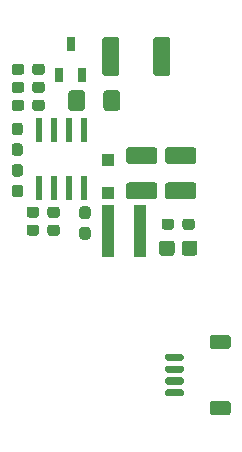
<source format=gbr>
%TF.GenerationSoftware,KiCad,Pcbnew,5.1.6-c6e7f7d~87~ubuntu18.04.1*%
%TF.CreationDate,2020-09-21T10:39:31-07:00*%
%TF.ProjectId,feather-power-supply-sw-smd,66656174-6865-4722-9d70-6f7765722d73,rev?*%
%TF.SameCoordinates,Original*%
%TF.FileFunction,Paste,Top*%
%TF.FilePolarity,Positive*%
%FSLAX46Y46*%
G04 Gerber Fmt 4.6, Leading zero omitted, Abs format (unit mm)*
G04 Created by KiCad (PCBNEW 5.1.6-c6e7f7d~87~ubuntu18.04.1) date 2020-09-21 10:39:31*
%MOMM*%
%LPD*%
G01*
G04 APERTURE LIST*
%ADD10R,0.650000X1.220000*%
%ADD11R,1.000000X4.400000*%
%ADD12R,1.100000X1.100000*%
%ADD13R,0.600000X2.000000*%
G04 APERTURE END LIST*
D10*
%TO.C,Q1*%
X136931400Y-71867400D03*
X137881400Y-74487400D03*
X135981400Y-74487400D03*
%TD*%
D11*
%TO.C,L1*%
X142827600Y-87680800D03*
X140077600Y-87680800D03*
%TD*%
%TO.C,J4*%
G36*
G01*
X150251401Y-97698200D02*
X148951399Y-97698200D01*
G75*
G02*
X148701400Y-97448201I0J249999D01*
G01*
X148701400Y-96748199D01*
G75*
G02*
X148951399Y-96498200I249999J0D01*
G01*
X150251401Y-96498200D01*
G75*
G02*
X150501400Y-96748199I0J-249999D01*
G01*
X150501400Y-97448201D01*
G75*
G02*
X150251401Y-97698200I-249999J0D01*
G01*
G37*
G36*
G01*
X150251401Y-103298200D02*
X148951399Y-103298200D01*
G75*
G02*
X148701400Y-103048201I0J249999D01*
G01*
X148701400Y-102348199D01*
G75*
G02*
X148951399Y-102098200I249999J0D01*
G01*
X150251401Y-102098200D01*
G75*
G02*
X150501400Y-102348199I0J-249999D01*
G01*
X150501400Y-103048201D01*
G75*
G02*
X150251401Y-103298200I-249999J0D01*
G01*
G37*
G36*
G01*
X146351400Y-98698200D02*
X145101400Y-98698200D01*
G75*
G02*
X144951400Y-98548200I0J150000D01*
G01*
X144951400Y-98248200D01*
G75*
G02*
X145101400Y-98098200I150000J0D01*
G01*
X146351400Y-98098200D01*
G75*
G02*
X146501400Y-98248200I0J-150000D01*
G01*
X146501400Y-98548200D01*
G75*
G02*
X146351400Y-98698200I-150000J0D01*
G01*
G37*
G36*
G01*
X146351400Y-99698200D02*
X145101400Y-99698200D01*
G75*
G02*
X144951400Y-99548200I0J150000D01*
G01*
X144951400Y-99248200D01*
G75*
G02*
X145101400Y-99098200I150000J0D01*
G01*
X146351400Y-99098200D01*
G75*
G02*
X146501400Y-99248200I0J-150000D01*
G01*
X146501400Y-99548200D01*
G75*
G02*
X146351400Y-99698200I-150000J0D01*
G01*
G37*
G36*
G01*
X146351400Y-100698200D02*
X145101400Y-100698200D01*
G75*
G02*
X144951400Y-100548200I0J150000D01*
G01*
X144951400Y-100248200D01*
G75*
G02*
X145101400Y-100098200I150000J0D01*
G01*
X146351400Y-100098200D01*
G75*
G02*
X146501400Y-100248200I0J-150000D01*
G01*
X146501400Y-100548200D01*
G75*
G02*
X146351400Y-100698200I-150000J0D01*
G01*
G37*
G36*
G01*
X146351400Y-101698200D02*
X145101400Y-101698200D01*
G75*
G02*
X144951400Y-101548200I0J150000D01*
G01*
X144951400Y-101248200D01*
G75*
G02*
X145101400Y-101098200I150000J0D01*
G01*
X146351400Y-101098200D01*
G75*
G02*
X146501400Y-101248200I0J-150000D01*
G01*
X146501400Y-101548200D01*
G75*
G02*
X146351400Y-101698200I-150000J0D01*
G01*
G37*
%TD*%
%TO.C,R5*%
G36*
G01*
X146400000Y-87359500D02*
X146400000Y-86884500D01*
G75*
G02*
X146637500Y-86647000I237500J0D01*
G01*
X147212500Y-86647000D01*
G75*
G02*
X147450000Y-86884500I0J-237500D01*
G01*
X147450000Y-87359500D01*
G75*
G02*
X147212500Y-87597000I-237500J0D01*
G01*
X146637500Y-87597000D01*
G75*
G02*
X146400000Y-87359500I0J237500D01*
G01*
G37*
G36*
G01*
X144650000Y-87359500D02*
X144650000Y-86884500D01*
G75*
G02*
X144887500Y-86647000I237500J0D01*
G01*
X145462500Y-86647000D01*
G75*
G02*
X145700000Y-86884500I0J-237500D01*
G01*
X145700000Y-87359500D01*
G75*
G02*
X145462500Y-87597000I-237500J0D01*
G01*
X144887500Y-87597000D01*
G75*
G02*
X144650000Y-87359500I0J237500D01*
G01*
G37*
%TD*%
%TO.C,D2*%
G36*
G01*
X146350000Y-89554000D02*
X146350000Y-88754000D01*
G75*
G02*
X146600000Y-88504000I250000J0D01*
G01*
X147425000Y-88504000D01*
G75*
G02*
X147675000Y-88754000I0J-250000D01*
G01*
X147675000Y-89554000D01*
G75*
G02*
X147425000Y-89804000I-250000J0D01*
G01*
X146600000Y-89804000D01*
G75*
G02*
X146350000Y-89554000I0J250000D01*
G01*
G37*
G36*
G01*
X144425000Y-89554000D02*
X144425000Y-88754000D01*
G75*
G02*
X144675000Y-88504000I250000J0D01*
G01*
X145500000Y-88504000D01*
G75*
G02*
X145750000Y-88754000I0J-250000D01*
G01*
X145750000Y-89554000D01*
G75*
G02*
X145500000Y-89804000I-250000J0D01*
G01*
X144675000Y-89804000D01*
G75*
G02*
X144425000Y-89554000I0J250000D01*
G01*
G37*
%TD*%
%TO.C,F1*%
G36*
G01*
X141069000Y-71523400D02*
X141069000Y-74323400D01*
G75*
G02*
X140819000Y-74573400I-250000J0D01*
G01*
X139844000Y-74573400D01*
G75*
G02*
X139594000Y-74323400I0J250000D01*
G01*
X139594000Y-71523400D01*
G75*
G02*
X139844000Y-71273400I250000J0D01*
G01*
X140819000Y-71273400D01*
G75*
G02*
X141069000Y-71523400I0J-250000D01*
G01*
G37*
G36*
G01*
X145394000Y-71523400D02*
X145394000Y-74323400D01*
G75*
G02*
X145144000Y-74573400I-250000J0D01*
G01*
X144169000Y-74573400D01*
G75*
G02*
X143919000Y-74323400I0J250000D01*
G01*
X143919000Y-71523400D01*
G75*
G02*
X144169000Y-71273400I250000J0D01*
G01*
X145144000Y-71273400D01*
G75*
G02*
X145394000Y-71523400I0J-250000D01*
G01*
G37*
%TD*%
%TO.C,C5*%
G36*
G01*
X144026200Y-82029000D02*
X141876200Y-82029000D01*
G75*
G02*
X141626200Y-81779000I0J250000D01*
G01*
X141626200Y-80854000D01*
G75*
G02*
X141876200Y-80604000I250000J0D01*
G01*
X144026200Y-80604000D01*
G75*
G02*
X144276200Y-80854000I0J-250000D01*
G01*
X144276200Y-81779000D01*
G75*
G02*
X144026200Y-82029000I-250000J0D01*
G01*
G37*
G36*
G01*
X144026200Y-85004000D02*
X141876200Y-85004000D01*
G75*
G02*
X141626200Y-84754000I0J250000D01*
G01*
X141626200Y-83829000D01*
G75*
G02*
X141876200Y-83579000I250000J0D01*
G01*
X144026200Y-83579000D01*
G75*
G02*
X144276200Y-83829000I0J-250000D01*
G01*
X144276200Y-84754000D01*
G75*
G02*
X144026200Y-85004000I-250000J0D01*
G01*
G37*
%TD*%
%TO.C,C9*%
G36*
G01*
X133700000Y-77301100D02*
X133700000Y-76826100D01*
G75*
G02*
X133937500Y-76588600I237500J0D01*
G01*
X134512500Y-76588600D01*
G75*
G02*
X134750000Y-76826100I0J-237500D01*
G01*
X134750000Y-77301100D01*
G75*
G02*
X134512500Y-77538600I-237500J0D01*
G01*
X133937500Y-77538600D01*
G75*
G02*
X133700000Y-77301100I0J237500D01*
G01*
G37*
G36*
G01*
X131950000Y-77301100D02*
X131950000Y-76826100D01*
G75*
G02*
X132187500Y-76588600I237500J0D01*
G01*
X132762500Y-76588600D01*
G75*
G02*
X133000000Y-76826100I0J-237500D01*
G01*
X133000000Y-77301100D01*
G75*
G02*
X132762500Y-77538600I-237500J0D01*
G01*
X132187500Y-77538600D01*
G75*
G02*
X131950000Y-77301100I0J237500D01*
G01*
G37*
%TD*%
%TO.C,C6*%
G36*
G01*
X147328200Y-82029000D02*
X145178200Y-82029000D01*
G75*
G02*
X144928200Y-81779000I0J250000D01*
G01*
X144928200Y-80854000D01*
G75*
G02*
X145178200Y-80604000I250000J0D01*
G01*
X147328200Y-80604000D01*
G75*
G02*
X147578200Y-80854000I0J-250000D01*
G01*
X147578200Y-81779000D01*
G75*
G02*
X147328200Y-82029000I-250000J0D01*
G01*
G37*
G36*
G01*
X147328200Y-85004000D02*
X145178200Y-85004000D01*
G75*
G02*
X144928200Y-84754000I0J250000D01*
G01*
X144928200Y-83829000D01*
G75*
G02*
X145178200Y-83579000I250000J0D01*
G01*
X147328200Y-83579000D01*
G75*
G02*
X147578200Y-83829000I0J-250000D01*
G01*
X147578200Y-84754000D01*
G75*
G02*
X147328200Y-85004000I-250000J0D01*
G01*
G37*
%TD*%
%TO.C,R4*%
G36*
G01*
X133700000Y-75777100D02*
X133700000Y-75302100D01*
G75*
G02*
X133937500Y-75064600I237500J0D01*
G01*
X134512500Y-75064600D01*
G75*
G02*
X134750000Y-75302100I0J-237500D01*
G01*
X134750000Y-75777100D01*
G75*
G02*
X134512500Y-76014600I-237500J0D01*
G01*
X133937500Y-76014600D01*
G75*
G02*
X133700000Y-75777100I0J237500D01*
G01*
G37*
G36*
G01*
X131950000Y-75777100D02*
X131950000Y-75302100D01*
G75*
G02*
X132187500Y-75064600I237500J0D01*
G01*
X132762500Y-75064600D01*
G75*
G02*
X133000000Y-75302100I0J-237500D01*
G01*
X133000000Y-75777100D01*
G75*
G02*
X132762500Y-76014600I-237500J0D01*
G01*
X132187500Y-76014600D01*
G75*
G02*
X131950000Y-75777100I0J237500D01*
G01*
G37*
%TD*%
%TO.C,C2*%
G36*
G01*
X139713000Y-77282200D02*
X139713000Y-76032200D01*
G75*
G02*
X139963000Y-75782200I250000J0D01*
G01*
X140888000Y-75782200D01*
G75*
G02*
X141138000Y-76032200I0J-250000D01*
G01*
X141138000Y-77282200D01*
G75*
G02*
X140888000Y-77532200I-250000J0D01*
G01*
X139963000Y-77532200D01*
G75*
G02*
X139713000Y-77282200I0J250000D01*
G01*
G37*
G36*
G01*
X136738000Y-77282826D02*
X136738000Y-76031574D01*
G75*
G02*
X136987374Y-75782200I249374J0D01*
G01*
X137913626Y-75782200D01*
G75*
G02*
X138163000Y-76031574I0J-249374D01*
G01*
X138163000Y-77282826D01*
G75*
G02*
X137913626Y-77532200I-249374J0D01*
G01*
X136987374Y-77532200D01*
G75*
G02*
X136738000Y-77282826I0J249374D01*
G01*
G37*
%TD*%
%TO.C,R2*%
G36*
G01*
X132198100Y-83789000D02*
X132673100Y-83789000D01*
G75*
G02*
X132910600Y-84026500I0J-237500D01*
G01*
X132910600Y-84601500D01*
G75*
G02*
X132673100Y-84839000I-237500J0D01*
G01*
X132198100Y-84839000D01*
G75*
G02*
X131960600Y-84601500I0J237500D01*
G01*
X131960600Y-84026500D01*
G75*
G02*
X132198100Y-83789000I237500J0D01*
G01*
G37*
G36*
G01*
X132198100Y-82039000D02*
X132673100Y-82039000D01*
G75*
G02*
X132910600Y-82276500I0J-237500D01*
G01*
X132910600Y-82851500D01*
G75*
G02*
X132673100Y-83089000I-237500J0D01*
G01*
X132198100Y-83089000D01*
G75*
G02*
X131960600Y-82851500I0J237500D01*
G01*
X131960600Y-82276500D01*
G75*
G02*
X132198100Y-82039000I237500J0D01*
G01*
G37*
%TD*%
D12*
%TO.C,D1*%
X140106400Y-81658000D03*
X140106400Y-84458000D03*
%TD*%
D13*
%TO.C,U1*%
X135509000Y-79134800D03*
X138049000Y-84034800D03*
X136779000Y-84034800D03*
X135509000Y-84034800D03*
X134239000Y-84034800D03*
X134239000Y-79134800D03*
X136779000Y-79134800D03*
X138049000Y-79134800D03*
%TD*%
%TO.C,R1*%
G36*
G01*
X134270000Y-85868500D02*
X134270000Y-86343500D01*
G75*
G02*
X134032500Y-86581000I-237500J0D01*
G01*
X133457500Y-86581000D01*
G75*
G02*
X133220000Y-86343500I0J237500D01*
G01*
X133220000Y-85868500D01*
G75*
G02*
X133457500Y-85631000I237500J0D01*
G01*
X134032500Y-85631000D01*
G75*
G02*
X134270000Y-85868500I0J-237500D01*
G01*
G37*
G36*
G01*
X136020000Y-85868500D02*
X136020000Y-86343500D01*
G75*
G02*
X135782500Y-86581000I-237500J0D01*
G01*
X135207500Y-86581000D01*
G75*
G02*
X134970000Y-86343500I0J237500D01*
G01*
X134970000Y-85868500D01*
G75*
G02*
X135207500Y-85631000I237500J0D01*
G01*
X135782500Y-85631000D01*
G75*
G02*
X136020000Y-85868500I0J-237500D01*
G01*
G37*
%TD*%
%TO.C,C8*%
G36*
G01*
X132172700Y-80283800D02*
X132647700Y-80283800D01*
G75*
G02*
X132885200Y-80521300I0J-237500D01*
G01*
X132885200Y-81096300D01*
G75*
G02*
X132647700Y-81333800I-237500J0D01*
G01*
X132172700Y-81333800D01*
G75*
G02*
X131935200Y-81096300I0J237500D01*
G01*
X131935200Y-80521300D01*
G75*
G02*
X132172700Y-80283800I237500J0D01*
G01*
G37*
G36*
G01*
X132172700Y-78533800D02*
X132647700Y-78533800D01*
G75*
G02*
X132885200Y-78771300I0J-237500D01*
G01*
X132885200Y-79346300D01*
G75*
G02*
X132647700Y-79583800I-237500J0D01*
G01*
X132172700Y-79583800D01*
G75*
G02*
X131935200Y-79346300I0J237500D01*
G01*
X131935200Y-78771300D01*
G75*
G02*
X132172700Y-78533800I237500J0D01*
G01*
G37*
%TD*%
%TO.C,C7*%
G36*
G01*
X134970000Y-87867500D02*
X134970000Y-87392500D01*
G75*
G02*
X135207500Y-87155000I237500J0D01*
G01*
X135782500Y-87155000D01*
G75*
G02*
X136020000Y-87392500I0J-237500D01*
G01*
X136020000Y-87867500D01*
G75*
G02*
X135782500Y-88105000I-237500J0D01*
G01*
X135207500Y-88105000D01*
G75*
G02*
X134970000Y-87867500I0J237500D01*
G01*
G37*
G36*
G01*
X133220000Y-87867500D02*
X133220000Y-87392500D01*
G75*
G02*
X133457500Y-87155000I237500J0D01*
G01*
X134032500Y-87155000D01*
G75*
G02*
X134270000Y-87392500I0J-237500D01*
G01*
X134270000Y-87867500D01*
G75*
G02*
X134032500Y-88105000I-237500J0D01*
G01*
X133457500Y-88105000D01*
G75*
G02*
X133220000Y-87867500I0J237500D01*
G01*
G37*
%TD*%
%TO.C,C1*%
G36*
G01*
X138388100Y-86670400D02*
X137913100Y-86670400D01*
G75*
G02*
X137675600Y-86432900I0J237500D01*
G01*
X137675600Y-85857900D01*
G75*
G02*
X137913100Y-85620400I237500J0D01*
G01*
X138388100Y-85620400D01*
G75*
G02*
X138625600Y-85857900I0J-237500D01*
G01*
X138625600Y-86432900D01*
G75*
G02*
X138388100Y-86670400I-237500J0D01*
G01*
G37*
G36*
G01*
X138388100Y-88420400D02*
X137913100Y-88420400D01*
G75*
G02*
X137675600Y-88182900I0J237500D01*
G01*
X137675600Y-87607900D01*
G75*
G02*
X137913100Y-87370400I237500J0D01*
G01*
X138388100Y-87370400D01*
G75*
G02*
X138625600Y-87607900I0J-237500D01*
G01*
X138625600Y-88182900D01*
G75*
G02*
X138388100Y-88420400I-237500J0D01*
G01*
G37*
%TD*%
%TO.C,R3*%
G36*
G01*
X133700000Y-74253100D02*
X133700000Y-73778100D01*
G75*
G02*
X133937500Y-73540600I237500J0D01*
G01*
X134512500Y-73540600D01*
G75*
G02*
X134750000Y-73778100I0J-237500D01*
G01*
X134750000Y-74253100D01*
G75*
G02*
X134512500Y-74490600I-237500J0D01*
G01*
X133937500Y-74490600D01*
G75*
G02*
X133700000Y-74253100I0J237500D01*
G01*
G37*
G36*
G01*
X131950000Y-74253100D02*
X131950000Y-73778100D01*
G75*
G02*
X132187500Y-73540600I237500J0D01*
G01*
X132762500Y-73540600D01*
G75*
G02*
X133000000Y-73778100I0J-237500D01*
G01*
X133000000Y-74253100D01*
G75*
G02*
X132762500Y-74490600I-237500J0D01*
G01*
X132187500Y-74490600D01*
G75*
G02*
X131950000Y-74253100I0J237500D01*
G01*
G37*
%TD*%
M02*

</source>
